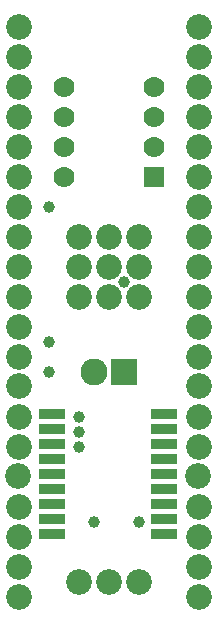
<source format=gbr>
G04 GERBER ASCII OUTPUT FROM: EDWIN 2000 (VER. 1.1 REV. 20011025)*
G04 GERBER FORMAT: RX-274-X*
G04 BOARD: 8-PIN_ADAPTER*
G04 ARTWORK OF COMP.MASK POSITIVE*
%ASAXBY*%
%FSLAX23Y23*%
%MIA0B0*%
%MOIN*%
%OFA0.0000B0.0000*%
%SFA1B1*%
%IJA0B0*%
%INLAYER1POS*%
%IOA0B0*%
%IPPOS*%
%IR0*%
G04 APERTURE MACROS*
%AMEDWDONUT*
1,1,$1,$2,$3*
1,0,$4,$2,$3*
%
%AMEDWFRECT*
2,1,$1,$2,$3,$4,$5,$6*
%
%AMEDWORECT*
2,1,$1,$2,$3,$4,$5,$10*
2,1,$1,$4,$5,$6,$7,$10*
2,1,$1,$6,$7,$8,$9,$10*
2,1,$1,$8,$9,$2,$3,$10*
1,1,$1,$2,$3*
1,1,$1,$4,$5*
1,1,$1,$6,$7*
1,1,$1,$8,$9*
%
%AMEDWLINER*
2,1,$1,$2,$3,$4,$5,$6*
1,1,$1,$2,$3*
1,1,$1,$4,$5*
%
%AMEDWFTRNG*
4,1,3,$1,$2,$3,$4,$5,$6,$7,$8,$9*
%
%AMEDWATRNG*
4,1,3,$1,$2,$3,$4,$5,$6,$7,$8,$9*
2,1,$11,$1,$2,$3,$4,$10*
2,1,$11,$3,$4,$5,$6,$10*
2,1,$11,$5,$6,$7,$8,$10*
1,1,$11,$3,$4*
1,1,$11,$5,$6*
1,1,$11,$7,$8*
%
%AMEDWOTRNG*
2,1,$1,$2,$3,$4,$5,$8*
2,1,$1,$4,$5,$6,$7,$8*
2,1,$1,$6,$7,$2,$3,$8*
1,1,$1,$2,$3*
1,1,$1,$4,$5*
1,1,$1,$6,$7*
%
G04*
G04 APERTURE LIST*
%ADD10R,0.0700X0.0700*%
%ADD11R,0.0940X0.0940*%
%ADD12R,0.0600X0.0600*%
%ADD13R,0.0840X0.0840*%
%ADD14R,0.0900X0.0350*%
%ADD15R,0.1140X0.0590*%
%ADD16R,0.0800X0.0250*%
%ADD17R,0.1040X0.0490*%
%ADD18R,0.0900X0.0900*%
%ADD19R,0.1140X0.1140*%
%ADD20R,0.0800X0.0800*%
%ADD21R,0.1040X0.1040*%
%ADD22C,0.0010*%
%ADD24C,0.0020*%
%ADD25R,0.0020X0.0020*%
%ADD26C,0.0030*%
%ADD27R,0.0030X0.0030*%
%ADD28C,0.0040*%
%ADD29R,0.0040X0.0040*%
%ADD30C,0.0050*%
%ADD31R,0.0050X0.0050*%
%ADD32C,0.00787*%
%ADD33R,0.00787X0.00787*%
%ADD34C,0.0080*%
%ADD36C,0.00984*%
%ADD37R,0.00984X0.00984*%
%ADD38C,0.0120*%
%ADD40C,0.0120*%
%ADD42C,0.0130*%
%ADD44C,0.01378*%
%ADD46C,0.01969*%
%ADD47R,0.01969X0.01969*%
%ADD48C,0.0290*%
%ADD50C,0.03187*%
%ADD52C,0.0320*%
%ADD54C,0.0360*%
%ADD56C,0.0370*%
%ADD58C,0.03778*%
%ADD60C,0.03937*%
%ADD61R,0.03937X0.03937*%
%ADD62C,0.0480*%
%ADD63R,0.0480X0.0480*%
%ADD64C,0.0500*%
%ADD65R,0.0500X0.0500*%
%ADD66C,0.0540*%
%ADD67R,0.0540X0.0540*%
%ADD68C,0.0560*%
%ADD69R,0.0560X0.0560*%
%ADD70C,0.05906*%
%ADD71R,0.05906X0.05906*%
%ADD72C,0.0600*%
%ADD73R,0.0600X0.0600*%
%ADD74C,0.0620*%
%ADD75R,0.0620X0.0620*%
%ADD76C,0.06339*%
%ADD77R,0.06339X0.06339*%
%ADD78C,0.06906*%
%ADD79R,0.06906X0.06906*%
%ADD80C,0.0700*%
%ADD81R,0.0700X0.0700*%
%ADD82C,0.0720*%
%ADD83R,0.0720X0.0720*%
%ADD84C,0.0780*%
%ADD85R,0.0780X0.0780*%
%ADD86C,0.0800*%
%ADD87R,0.0800X0.0800*%
%ADD88C,0.0840*%
%ADD89R,0.0840X0.0840*%
%ADD90C,0.0860*%
%ADD92C,0.0900*%
%ADD93R,0.0900X0.0900*%
%ADD94C,0.0940*%
%ADD95R,0.0940X0.0940*%
%ADD96C,0.1040*%
%ADD97R,0.1040X0.1040*%
%ADD98C,0.1100*%
%ADD100C,0.1140*%
%ADD101R,0.1140X0.1140*%
%ADD103R,0.1600X0.1600*%
%ADD105R,0.1660X0.1660*%
%ADD107R,0.1840X0.1840*%
%ADD109R,0.1900X0.1900*%
%ADD110C,0.2900*%
%ADD111R,0.2900X0.2900*%
%ADD112C,0.3900*%
%ADD113R,0.3900X0.3900*%
%ADD114C,0.4900*%
%ADD115R,0.4900X0.4900*%
%ADD116C,0.5900*%
%ADD117R,0.5900X0.5900*%
%ADD118C,0.6900*%
%ADD119R,0.6900X0.6900*%
%ADD120C,0.7900*%
%ADD121R,0.7900X0.7900*%
%ADD122C,0.8900*%
%ADD123R,0.8900X0.8900*%
%ADD124C,0.9900*%
%ADD125R,0.9900X0.9900*%
%ADD126C,1.0900*%
%ADD127R,1.0900X1.0900*%
%ADD128C,1.1900*%
%ADD129R,1.1900X1.1900*%
%ADD130C,1.2900*%
%ADD131R,1.2900X1.2900*%
%ADD132C,1.3900*%
%ADD133R,1.3900X1.3900*%
%ADD134C,1.4900*%
%ADD135R,1.4900X1.4900*%
%ADD136C,1.5900*%
%ADD137R,1.5900X1.5900*%
%ADD138C,1.6900*%
%ADD139R,1.6900X1.6900*%
%ADD140C,1.7900*%
%ADD141R,1.7900X1.7900*%
%ADD142C,1.8900*%
%ADD143R,1.8900X1.8900*%
%ADD144C,1.9900*%
%ADD145R,1.9900X1.9900*%
G04*
D10* 
X550Y1450D02*D03*
D80* 
X550Y1550D02*D03*
X550Y1650D02*D03*
X550Y1750D02*D03*
X250Y1750D02*D03*
X250Y1650D02*D03*
X250Y1550D02*D03*
X250Y1450D02*D03*
D14* 
X585Y260D02*D03*
X585Y310D02*D03*
X585Y360D02*D03*
X585Y410D02*D03*
X585Y460D02*D03*
X585Y510D02*D03*
X585Y560D02*D03*
X585Y610D02*D03*
X585Y660D02*D03*
X210Y660D02*D03*
X210Y610D02*D03*
X210Y560D02*D03*
X210Y510D02*D03*
X210Y460D02*D03*
X210Y410D02*D03*
X210Y360D02*D03*
X210Y310D02*D03*
X210Y260D02*D03*
D90* 
X700Y50D02*D03*
X700Y150D02*D03*
X700Y250D02*D03*
X700Y350D02*D03*
X698Y453D02*D03*
X700Y551D02*D03*
X700Y649D02*D03*
X700Y753D02*D03*
X700Y850D02*D03*
X700Y950D02*D03*
X700Y1050D02*D03*
X700Y1150D02*D03*
X700Y1250D02*D03*
X700Y1350D02*D03*
X700Y1450D02*D03*
X700Y1550D02*D03*
X700Y1650D02*D03*
X700Y1750D02*D03*
X700Y1850D02*D03*
X700Y1950D02*D03*
X100Y50D02*D03*
X100Y150D02*D03*
X100Y250D02*D03*
X100Y350D02*D03*
X98Y453D02*D03*
X100Y551D02*D03*
X100Y649D02*D03*
X100Y753D02*D03*
X100Y850D02*D03*
X100Y950D02*D03*
X100Y1050D02*D03*
X100Y1150D02*D03*
X100Y1250D02*D03*
X100Y1350D02*D03*
X100Y1450D02*D03*
X100Y1550D02*D03*
X100Y1650D02*D03*
X100Y1750D02*D03*
X100Y1850D02*D03*
X100Y1950D02*D03*
X500Y1250D02*D03*
X500Y1150D02*D03*
X500Y1050D02*D03*
X300Y1250D02*D03*
X300Y1150D02*D03*
X300Y1050D02*D03*
X400Y1250D02*D03*
X400Y1150D02*D03*
X400Y1050D02*D03*
D18* 
X450Y800D02*D03*
D92* 
X350Y800D02*D03*
D90* 
X500Y100D02*D03*
X400Y100D02*D03*
X300Y100D02*D03*
D60* 
X350Y300D02*D03*
X500Y300D02*D03*
X450Y1100D02*D03*
X200Y800D02*D03*
X200Y900D02*D03*
X200Y1350D02*D03*
X300Y600D02*D03*
X300Y550D02*D03*
X300Y650D02*D03*
M02*

</source>
